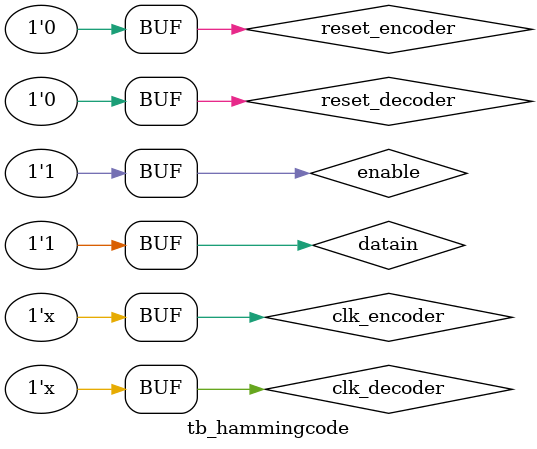
<source format=v>
module tb_hammingcode;

reg datain,clk_encoder,clk_decoder,reset_encoder,reset_decoder,enable;

wire dataout_encoder,serial_out,clkc_encoder,clkd_encoder,clkc_decoder,clkd_decoder;

main_encoder  encoder(.datain(datain),
                      .clk(clk_encoder),
                      .reset(reset_encoder),
			         	 .enable(enable),
				          .dataout(dataout_encoder),
			         	 .clkc(clkc_encoder),
			          	 .clkd(clkd_encoder)
				          );


main_decoder  decoder(.datain(dataout_encoder),
                     .clk(clk_decoder),
                     .reset(reset_decoder),
							.enable(enable),
							.dataout(serial_out),
							.clkc(clkc_decoder),
							.clkd(clkd_decoder)
							);

always begin
		#5 clk_encoder=~clk_encoder;
		 end

	initial
	begin
	clk_encoder=1;
	reset_encoder=0;
	#10
	reset_encoder=1;
	#10;
	reset_encoder=0;
	enable=1;
	//11001010011
	     datain=1'b1;
	#150 datain=1'b1;
	#150 datain=1'b0;
	#150 datain=1'b0;
   #150 datain=1'b1;
	#150 datain=1'b0;
	#150 datain=1'b1;
	#150 datain=1'b0;
	#150 datain=1'b0;
	#150 datain=1'b1;
	#150 datain=1'b1;

end

always begin
		#5 clk_decoder=~clk_decoder;
		 end	
														
initial
begin
clk_decoder=1;
	reset_decoder=0;
   #10;
	reset_decoder=1;
	#1675;
	reset_decoder=0;
	end
	endmodule
	
</source>
